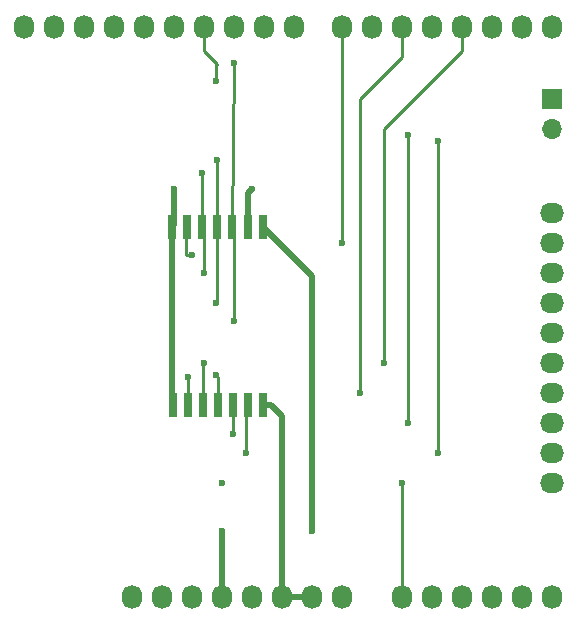
<source format=gbr>
G04 #@! TF.GenerationSoftware,KiCad,Pcbnew,(5.1.9-0-10_14)*
G04 #@! TF.CreationDate,2021-01-31T13:48:18+01:00*
G04 #@! TF.ProjectId,SX1280-Shield,53583132-3830-42d5-9368-69656c642e6b,rev?*
G04 #@! TF.SameCoordinates,Original*
G04 #@! TF.FileFunction,Copper,L1,Top*
G04 #@! TF.FilePolarity,Positive*
%FSLAX46Y46*%
G04 Gerber Fmt 4.6, Leading zero omitted, Abs format (unit mm)*
G04 Created by KiCad (PCBNEW (5.1.9-0-10_14)) date 2021-01-31 13:48:18*
%MOMM*%
%LPD*%
G01*
G04 APERTURE LIST*
G04 #@! TA.AperFunction,SMDPad,CuDef*
%ADD10R,0.800000X2.000000*%
G04 #@! TD*
G04 #@! TA.AperFunction,ComponentPad*
%ADD11O,1.700000X1.700000*%
G04 #@! TD*
G04 #@! TA.AperFunction,ComponentPad*
%ADD12R,1.700000X1.700000*%
G04 #@! TD*
G04 #@! TA.AperFunction,ComponentPad*
%ADD13O,2.032000X1.727200*%
G04 #@! TD*
G04 #@! TA.AperFunction,ComponentPad*
%ADD14O,1.727200X2.032000*%
G04 #@! TD*
G04 #@! TA.AperFunction,ViaPad*
%ADD15C,0.600000*%
G04 #@! TD*
G04 #@! TA.AperFunction,Conductor*
%ADD16C,0.500000*%
G04 #@! TD*
G04 #@! TA.AperFunction,Conductor*
%ADD17C,0.250000*%
G04 #@! TD*
G04 APERTURE END LIST*
D10*
X150026000Y-92449000D03*
X148756000Y-92449000D03*
X147426000Y-92449000D03*
X146156000Y-92449000D03*
X143616000Y-92449000D03*
X144886000Y-92449000D03*
X142346000Y-92449000D03*
X150026000Y-107549000D03*
X148756000Y-107549000D03*
X147486000Y-107549000D03*
X146216000Y-107549000D03*
X144946000Y-107549000D03*
X143676000Y-107549000D03*
X142406000Y-107549000D03*
D11*
X174498000Y-84201000D03*
D12*
X174498000Y-81661000D03*
D13*
X174498000Y-114173000D03*
X174498000Y-111633000D03*
X174498000Y-109093000D03*
X174498000Y-106553000D03*
X174498000Y-104013000D03*
X174498000Y-101473000D03*
X174498000Y-98933000D03*
X174498000Y-96393000D03*
X174498000Y-93853000D03*
X174498000Y-91313000D03*
D14*
X138938000Y-123825000D03*
X141478000Y-123825000D03*
X144018000Y-123825000D03*
X146558000Y-123825000D03*
X149098000Y-123825000D03*
X151638000Y-123825000D03*
X154178000Y-123825000D03*
X156718000Y-123825000D03*
X161798000Y-123825000D03*
X164338000Y-123825000D03*
X166878000Y-123825000D03*
X169418000Y-123825000D03*
X171958000Y-123825000D03*
X174498000Y-123825000D03*
X129794000Y-75565000D03*
X132334000Y-75565000D03*
X134874000Y-75565000D03*
X137414000Y-75565000D03*
X139954000Y-75565000D03*
X142494000Y-75565000D03*
X145034000Y-75565000D03*
X147574000Y-75565000D03*
X150114000Y-75565000D03*
X152654000Y-75565000D03*
X156718000Y-75565000D03*
X159258000Y-75565000D03*
X161798000Y-75565000D03*
X164338000Y-75565000D03*
X166878000Y-75565000D03*
X169418000Y-75565000D03*
X171958000Y-75565000D03*
X174498000Y-75565000D03*
D15*
X149098000Y-89281000D03*
X142494000Y-89281000D03*
X146558000Y-118237000D03*
X154178000Y-118237000D03*
X147486000Y-110021000D03*
X162306000Y-84709000D03*
X162306000Y-109093000D03*
X146050000Y-105029000D03*
X158242000Y-106553000D03*
X145034000Y-104013000D03*
X160274000Y-104013000D03*
X147574000Y-100457000D03*
X147574000Y-78613000D03*
X146050000Y-98933000D03*
X146050000Y-80137000D03*
X146156000Y-86847000D03*
X145034000Y-96393000D03*
X144886000Y-87905000D03*
X156718000Y-93853000D03*
X144018000Y-94869000D03*
X161798000Y-114173000D03*
X146558000Y-114173000D03*
X143676000Y-105195000D03*
X148590000Y-111633000D03*
X164846000Y-111633000D03*
X164846000Y-85217000D03*
D16*
X142346000Y-107489000D02*
X142406000Y-107549000D01*
X142346000Y-92449000D02*
X142346000Y-107489000D01*
X154178000Y-123825000D02*
X151638000Y-123825000D01*
X150676000Y-107549000D02*
X150026000Y-107549000D01*
X151638000Y-108511000D02*
X150676000Y-107549000D01*
X151638000Y-123825000D02*
X151638000Y-108511000D01*
X148756000Y-89623000D02*
X149098000Y-89281000D01*
X148756000Y-92449000D02*
X148756000Y-89623000D01*
X142494000Y-92301000D02*
X142346000Y-92449000D01*
X142494000Y-89281000D02*
X142494000Y-92301000D01*
X146558000Y-123825000D02*
X146558000Y-118237000D01*
X146558000Y-118237000D02*
X146558000Y-118237000D01*
X154178000Y-96601000D02*
X150026000Y-92449000D01*
X154178000Y-118237000D02*
X154178000Y-96601000D01*
D17*
X147486000Y-107549000D02*
X147486000Y-110021000D01*
X162306000Y-108585000D02*
X162306000Y-84709000D01*
X162306000Y-109093000D02*
X162306000Y-108585000D01*
X146216000Y-107549000D02*
X146216000Y-105195000D01*
X146216000Y-105195000D02*
X146050000Y-105029000D01*
X161798000Y-75565000D02*
X161798000Y-78105000D01*
X161798000Y-78105000D02*
X158242000Y-81661000D01*
X158242000Y-81661000D02*
X158242000Y-106553000D01*
X144946000Y-107549000D02*
X144946000Y-104101000D01*
X166878000Y-75565000D02*
X166878000Y-77597000D01*
X166878000Y-77597000D02*
X160274000Y-84201000D01*
X160274000Y-84201000D02*
X160274000Y-104013000D01*
X147574000Y-92597000D02*
X147426000Y-92449000D01*
X147574000Y-100457000D02*
X147574000Y-92597000D01*
X147426000Y-92449000D02*
X147574000Y-78613000D01*
X145034000Y-77597000D02*
X145034000Y-75565000D01*
X146156000Y-78719000D02*
X145034000Y-77597000D01*
X146156000Y-98827000D02*
X146050000Y-98933000D01*
X146156000Y-92449000D02*
X146156000Y-98827000D01*
X146050000Y-78825000D02*
X146156000Y-78719000D01*
X146050000Y-80137000D02*
X146050000Y-78825000D01*
X146156000Y-92449000D02*
X146156000Y-86847000D01*
X145034000Y-92597000D02*
X144886000Y-92449000D01*
X145034000Y-96393000D02*
X145034000Y-92597000D01*
X144886000Y-92449000D02*
X144886000Y-87905000D01*
X156718000Y-83185000D02*
X156718000Y-75565000D01*
X156718000Y-83185000D02*
X156718000Y-93853000D01*
X144018000Y-94869000D02*
X143510000Y-94869000D01*
X143510000Y-92555000D02*
X143616000Y-92449000D01*
X143510000Y-94869000D02*
X143510000Y-92555000D01*
X161798000Y-123825000D02*
X161798000Y-114173000D01*
X143510000Y-107715000D02*
X143676000Y-107549000D01*
X143676000Y-107549000D02*
X143676000Y-105195000D01*
X148590000Y-107715000D02*
X148756000Y-107549000D01*
X148590000Y-111633000D02*
X148590000Y-107715000D01*
X164846000Y-85217000D02*
X164846000Y-87249000D01*
X164846000Y-87249000D02*
X164846000Y-111633000D01*
M02*

</source>
